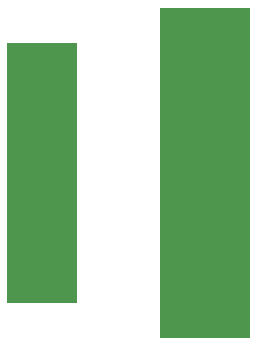
<source format=gm1>
%FSLAX25Y25*%
%MOIN*%
G70*
G01*
G75*
G04 Layer_Color=16711935*
%ADD10C,0.01000*%
%ADD11C,0.06000*%
%ADD12R,0.04724X0.04724*%
%ADD13R,0.30000X1.10000*%
%ADD14R,0.23622X0.86614*%
D13*
X350000Y329500D02*
D03*
D14*
X295563Y329437D02*
D03*
M02*

</source>
